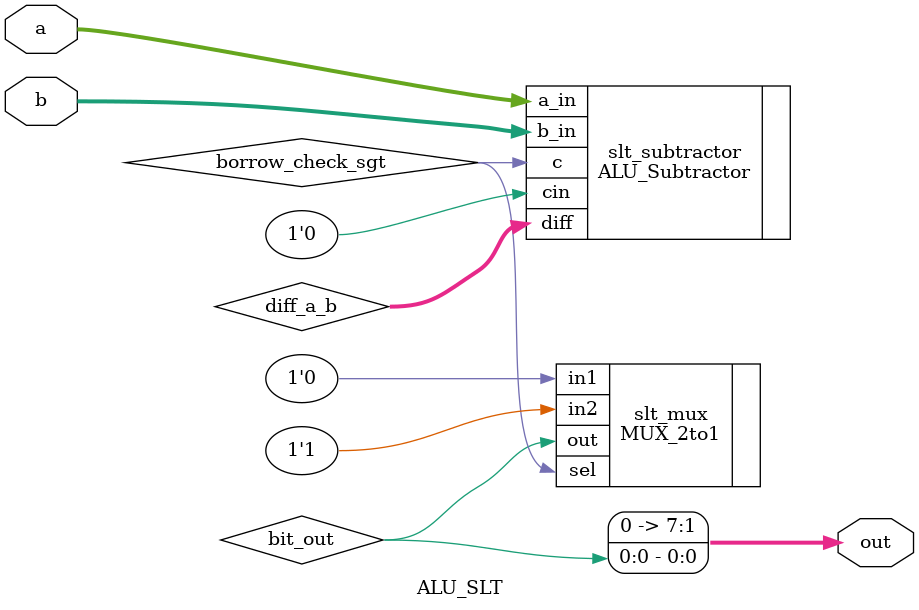
<source format=v>
`timescale 1ns / 1ps


module ALU_SLT #(parameter SIZE = 8) (a, b, out);
    input [SIZE - 1:0] a,b;
    output [SIZE - 1:0] out;
    
    wire [SIZE - 1:0] diff_a_b;
    wire borrow_check_slt;
    wire bit_out;
    
    ALU_Subtractor #(.SIZE(SIZE)) slt_subtractor(.a_in(a), .b_in(b), .cin(1'b0), .diff(diff_a_b), .c(borrow_check_sgt));
       
    MUX_2to1 slt_mux(.in1(1'b0), .in2(1'b1), .sel(borrow_check_sgt), .out(bit_out));
    
    assign out = {{(SIZE-1){1'b0}}, bit_out};
    
endmodule

</source>
